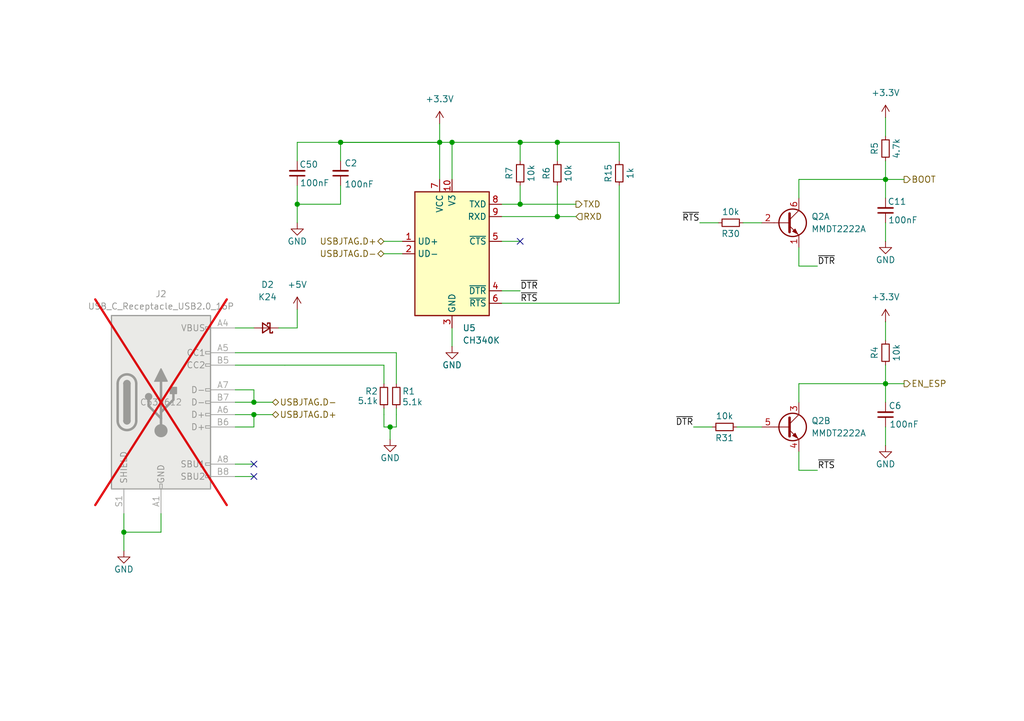
<source format=kicad_sch>
(kicad_sch (version 20250114) (generator "eeschema") (generator_version "9.0")
  (paper "A5")
  (title_block (title "USB-Uart auto flasher") (date "2025-06-14") (company "Team:Badge"))
  (lib_symbols
    (symbol "Connector:USB_C_Receptacle_USB2.0_16P" (pin_names (offset 1.016))
      (property "Reference" "J" (at 0 22.225 0))
      (property "Value" "USB_C_Receptacle_USB2.0_16P" (at 0 19.685 0))
      (symbol "USB_C_Receptacle_USB2.0_16P_0_0"
        (rectangle (start -0.254 -17.78) (end 0.254 -16.764))
        (rectangle (start 10.16 15.494) (end 9.144 14.986))
        (rectangle (start 10.16 10.414) (end 9.144 9.906))
        (rectangle (start 10.16 7.874) (end 9.144 7.366))
        (rectangle (start 10.16 2.794) (end 9.144 2.286))
        (rectangle (start 10.16 0.254) (end 9.144 -0.254))
        (rectangle (start 10.16 -2.286) (end 9.144 -2.794))
        (rectangle (start 10.16 -4.826) (end 9.144 -5.334))
        (rectangle (start 10.16 -12.446) (end 9.144 -12.954))
        (rectangle (start 10.16 -14.986) (end 9.144 -15.494))
      )
      (symbol "USB_C_Receptacle_USB2.0_16P_0_1"
        (rectangle (start -10.16 17.78) (end 10.16 -17.78) (stroke (width 0.254)) (fill (type background)))
        (polyline (pts (xy -8.89 -3.81) (xy -8.89 3.81)) (stroke (width 0.508)))
        (rectangle (start -7.62 -3.81) (end -6.35 3.81) (stroke (width 0.254)) (fill (type outline)))
        (arc (start -7.62 3.81) (mid -6.985 4.4423) (end -6.35 3.81) (stroke (width 0.254)))
        (arc (start -7.62 3.81) (mid -6.985 4.4423) (end -6.35 3.81) (stroke (width 0.254)) (fill (type outline)))
        (arc (start -8.89 3.81) (mid -6.985 5.7067) (end -5.08 3.81) (stroke (width 0.508)))
        (arc (start -5.08 -3.81) (mid -6.985 -5.7067) (end -8.89 -3.81) (stroke (width 0.508)))
        (arc (start -6.35 -3.81) (mid -6.985 -4.4423) (end -7.62 -3.81) (stroke (width 0.254)))
        (arc (start -6.35 -3.81) (mid -6.985 -4.4423) (end -7.62 -3.81) (stroke (width 0.254)) (fill (type outline)))
        (polyline (pts (xy -5.08 3.81) (xy -5.08 -3.81)) (stroke (width 0.508)))
        (circle (center -2.54 1.143) (radius 0.635) (stroke (width 0.254)) (fill (type outline)))
        (polyline (pts (xy -1.27 4.318) (xy 0 6.858) (xy 1.27 4.318) (xy -1.27 4.318)) (stroke (width 0.254)) (fill (type outline)))
        (polyline (pts (xy 0 -2.032) (xy 2.54 0.508) (xy 2.54 1.778)) (stroke (width 0.508)))
        (polyline (pts (xy 0 -3.302) (xy -2.54 -0.762) (xy -2.54 0.508)) (stroke (width 0.508)))
        (polyline (pts (xy 0 -5.842) (xy 0 4.318)) (stroke (width 0.508)))
        (circle (center 0 -5.842) (radius 1.27) (fill (type outline)))
        (rectangle (start 1.905 1.778) (end 3.175 3.048) (stroke (width 0.254)) (fill (type outline)))
      )
      (symbol "USB_C_Receptacle_USB2.0_16P_1_1"
        (pin passive line (at -7.62 -22.86 90) (length 5.08) (name "SHIELD") (number "S1"))
        (pin passive line (at 0 -22.86 90) (length 5.08) (name "GND") (number "A1"))
        (pin passive line (at 0 -22.86 90) (length 5.08) (hide yes) (name "GND") (number "A12"))
        (pin passive line (at 0 -22.86 90) (length 5.08) (hide yes) (name "GND") (number "B1"))
        (pin passive line (at 0 -22.86 90) (length 5.08) (hide yes) (name "GND") (number "B12"))
        (pin passive line (at 15.24 15.24 180) (length 5.08) (name "VBUS") (number "A4"))
        (pin passive line (at 15.24 15.24 180) (length 5.08) (hide yes) (name "VBUS") (number "A9"))
        (pin passive line (at 15.24 15.24 180) (length 5.08) (hide yes) (name "VBUS") (number "B4"))
        (pin passive line (at 15.24 15.24 180) (length 5.08) (hide yes) (name "VBUS") (number "B9"))
        (pin bidirectional line (at 15.24 10.16 180) (length 5.08) (name "CC1") (number "A5"))
        (pin bidirectional line (at 15.24 7.62 180) (length 5.08) (name "CC2") (number "B5"))
        (pin bidirectional line (at 15.24 2.54 180) (length 5.08) (name "D-") (number "A7"))
        (pin bidirectional line (at 15.24 0 180) (length 5.08) (name "D-") (number "B7"))
        (pin bidirectional line (at 15.24 -2.54 180) (length 5.08) (name "D+") (number "A6"))
        (pin bidirectional line (at 15.24 -5.08 180) (length 5.08) (name "D+") (number "B6"))
        (pin bidirectional line (at 15.24 -12.7 180) (length 5.08) (name "SBU1") (number "A8"))
        (pin bidirectional line (at 15.24 -15.24 180) (length 5.08) (name "SBU2") (number "B8"))
      )
    )
    (symbol "Device:C_Small" (pin_numbers (hide yes)) (pin_names (offset 0.254) (hide yes))
      (property "Reference" "C" (at 0.254 1.778 0))
      (property "Value" "C_Small" (at 0.254 -2.032 0))
      (symbol "C_Small_0_1"
        (polyline (pts (xy -1.524 0.508) (xy 1.524 0.508)) (stroke (width 0.3048)))
        (polyline (pts (xy -1.524 -0.508) (xy 1.524 -0.508)) (stroke (width 0.3302)))
      )
      (symbol "C_Small_1_1"
        (pin passive line (at 0 2.54 270) (length 2.032) (name "~") (number "1"))
        (pin passive line (at 0 -2.54 90) (length 2.032) (name "~") (number "2"))
      )
    )
    (symbol "Device:D_Schottky_Small" (pin_numbers (hide yes)) (pin_names (offset 0.254) (hide yes))
      (property "Reference" "D" (at -1.27 2.032 0))
      (property "Value" "D_Schottky_Small" (at -7.112 -2.032 0))
      (symbol "D_Schottky_Small_0_1"
        (polyline (pts (xy -1.27 0.762) (xy -1.27 1.016) (xy -0.762 1.016) (xy -0.762 -1.016) (xy -0.254 -1.016) (xy -0.254 -0.762)) (stroke (width 0.254)))
        (polyline (pts (xy -0.762 0) (xy 0.762 0)))
        (polyline (pts (xy 0.762 -1.016) (xy -0.762 0) (xy 0.762 1.016) (xy 0.762 -1.016)) (stroke (width 0.254)))
      )
      (symbol "D_Schottky_Small_1_1"
        (pin passive line (at -2.54 0 0) (length 1.778) (name "K") (number "1"))
        (pin passive line (at 2.54 0 180) (length 1.778) (name "A") (number "2"))
      )
    )
    (symbol "Device:R_Small" (pin_numbers (hide yes)) (pin_names (offset 0.254) (hide yes))
      (property "Reference" "R" (at 0 0 90))
      (property "Value" "R_Small" (at 1.778 0 90))
      (symbol "R_Small_0_1"
        (rectangle (start -0.762 1.778) (end 0.762 -1.778) (stroke (width 0.2032)))
      )
      (symbol "R_Small_1_1"
        (pin passive line (at 0 2.54 270) (length 0.762) (name "~") (number "1"))
        (pin passive line (at 0 -2.54 90) (length 0.762) (name "~") (number "2"))
      )
    )
    (symbol "Interface_USB:CH340K"
      (property "Reference" "U" (at -6.858 13.97 0))
      (property "Value" "CH340K" (at 1.27 13.97 0))
      (symbol "CH340K_0_1"
        (rectangle (start -7.62 12.7) (end 7.62 -12.7) (stroke (width 0.254)) (fill (type background)))
      )
      (symbol "CH340K_1_0"
        (pin passive line (at 0 -15.24 90) (length 2.54) (hide yes) (name "GND") (number "11"))
      )
      (symbol "CH340K_1_1"
        (pin bidirectional line (at -10.16 2.54 0) (length 2.54) (name "UD+") (number "1"))
        (pin bidirectional line (at -10.16 0 0) (length 2.54) (name "UD-") (number "2"))
        (pin power_in line (at -2.54 15.24 270) (length 2.54) (name "VCC") (number "7"))
        (pin passive line (at 0 15.24 270) (length 2.54) (name "V3") (number "10"))
        (pin power_in line (at 0 -15.24 90) (length 2.54) (name "GND") (number "3"))
        (pin output line (at 10.16 10.16 180) (length 2.54) (name "TXD") (number "8"))
        (pin input line (at 10.16 7.62 180) (length 2.54) (name "RXD") (number "9"))
        (pin input line (at 10.16 2.54 180) (length 2.54) (name "~{CTS}") (number "5"))
        (pin output line (at 10.16 -7.62 180) (length 2.54) (name "~{DTR}") (number "4"))
        (pin output line (at 10.16 -10.16 180) (length 2.54) (name "~{RTS}") (number "6"))
      )
    )
    (symbol "Transistor_BJT:MMDT2222A" (pin_names (offset 0) (hide yes))
      (property "Reference" "Q" (at 5.08 1.27 0))
      (property "Value" "MMDT2222A" (at 5.08 -1.27 0))
      (symbol "MMDT2222A_0_1"
        (polyline (pts (xy 0.635 1.905) (xy 0.635 -1.905)) (stroke (width 0.508)))
        (polyline (pts (xy 0.635 0.635) (xy 2.54 2.54)))
        (polyline (pts (xy 0.635 0) (xy -2.54 0)))
        (polyline (pts (xy 0.635 -0.635) (xy 2.54 -2.54)))
        (circle (center 1.27 0) (radius 2.8194) (stroke (width 0.254)))
        (polyline (pts (xy 1.27 -1.778) (xy 1.778 -1.27) (xy 2.286 -2.286) (xy 1.27 -1.778)) (fill (type outline)))
      )
      (symbol "MMDT2222A_1_1"
        (pin input line (at -5.08 0 0) (length 2.54) (name "B1") (number "2"))
        (pin passive line (at 2.54 5.08 270) (length 2.54) (name "C1") (number "6"))
        (pin passive line (at 2.54 -5.08 90) (length 2.54) (name "E1") (number "1"))
      )
      (symbol "MMDT2222A_2_1"
        (pin input line (at -5.08 0 0) (length 2.54) (name "B2") (number "5"))
        (pin passive line (at 2.54 5.08 270) (length 2.54) (name "C2") (number "3"))
        (pin passive line (at 2.54 -5.08 90) (length 2.54) (name "E2") (number "4"))
      )
    )
    (symbol "power:+3.3V" (power) (pin_numbers (hide yes)) (pin_names (offset 0) (hide yes))
      (property "Value" "+3.3V" (at 0 3.556 0))
      (symbol "+3.3V_0_1"
        (polyline (pts (xy -0.762 1.27) (xy 0 2.54)))
        (polyline (pts (xy 0 2.54) (xy 0.762 1.27)))
        (polyline (pts (xy 0 0) (xy 0 2.54)))
      )
      (symbol "+3.3V_1_1"
        (pin power_in line (at 0 0 90) (length 0) (name "~") (number "1"))
      )
    )
    (symbol "power:+5V" (power) (pin_numbers (hide yes)) (pin_names (offset 0) (hide yes))
      (property "Value" "+5V" (at 0 3.556 0))
      (symbol "+5V_0_1"
        (polyline (pts (xy -0.762 1.27) (xy 0 2.54)))
        (polyline (pts (xy 0 2.54) (xy 0.762 1.27)))
        (polyline (pts (xy 0 0) (xy 0 2.54)))
      )
      (symbol "+5V_1_1"
        (pin power_in line (at 0 0 90) (length 0) (name "~") (number "1"))
      )
    )
    (symbol "power:GND" (power) (pin_numbers (hide yes)) (pin_names (offset 0) (hide yes))
      (property "Value" "GND" (at 0 -3.81 0))
      (symbol "GND_0_1"
        (polyline (pts (xy 0 0) (xy 0 -1.27) (xy 1.27 -1.27) (xy 0 -2.54) (xy -1.27 -1.27) (xy 0 -1.27)))
      )
      (symbol "GND_1_1"
        (pin power_in line (at 0 0 270) (length 0) (name "~") (number "1"))
      )
    )
  )
  (junction (at 92.71 29.21))
  (junction (at 52.07 82.55))
  (junction (at 106.68 29.21))
  (junction (at 60.96 41.91))
  (junction (at 181.61 78.74))
  (junction (at 52.07 85.09))
  (junction (at 114.3 44.45))
  (junction (at 69.85 29.21))
  (junction (at 90.17 29.21))
  (junction (at 25.4 109.22))
  (junction (at 114.3 29.21))
  (junction (at 181.61 36.83))
  (junction (at 80.01 87.63))
  (junction (at 106.68 41.91))
  (no_connect (at 52.07 95.25))
  (no_connect (at 52.07 97.79))
  (no_connect (at 106.68 49.53))
  (wire (pts (xy 152.4 45.72) (xy 156.21 45.72)))
  (wire (pts (xy 82.55 49.53) (xy 78.74 49.53)) (stroke (width 0.1524)))
  (wire (pts (xy 106.68 38.1) (xy 106.68 41.91)))
  (wire (pts (xy 102.87 41.91) (xy 106.68 41.91)) (stroke (width 0.1524)))
  (wire (pts (xy 78.74 74.93) (xy 78.74 78.74)) (stroke (width 0.1524)))
  (wire (pts (xy 127 38.1) (xy 127 62.23)) (stroke (width 0.1524)))
  (wire (pts (xy 127 29.21) (xy 127 33.02)))
  (wire (pts (xy 48.26 85.09) (xy 52.07 85.09)))
  (wire (pts (xy 163.83 78.74) (xy 163.83 82.55)) (stroke (width 0.1524)))
  (wire (pts (xy 181.61 82.55) (xy 181.61 78.74)))
  (wire (pts (xy 69.85 29.21) (xy 90.17 29.21)))
  (wire (pts (xy 106.68 29.21) (xy 114.3 29.21)))
  (wire (pts (xy 185.42 78.74) (xy 181.61 78.74)) (stroke (width 0.1524)))
  (wire (pts (xy 114.3 29.21) (xy 127 29.21)))
  (wire (pts (xy 60.96 29.21) (xy 60.96 33.02)) (stroke (width 0.1524)))
  (wire (pts (xy 33.02 109.22) (xy 33.02 105.41)))
  (wire (pts (xy 48.26 67.31) (xy 52.07 67.31)))
  (wire (pts (xy 163.83 96.52) (xy 163.83 92.71)) (stroke (width 0.1524)))
  (wire (pts (xy 90.17 29.21) (xy 90.17 36.83)) (stroke (width 0.1524)))
  (wire (pts (xy 142.24 87.63) (xy 146.05 87.63)) (stroke (width 0.1524)))
  (wire (pts (xy 102.87 59.69) (xy 106.68 59.69)) (stroke (width 0.1524)))
  (wire (pts (xy 102.87 44.45) (xy 114.3 44.45)) (stroke (width 0.1524)))
  (wire (pts (xy 48.26 74.93) (xy 58.42 74.93)))
  (wire (pts (xy 163.83 54.61) (xy 167.64 54.61)) (stroke (width 0.1524)))
  (wire (pts (xy 52.07 97.79) (xy 48.26 97.79)))
  (wire (pts (xy 163.83 50.8) (xy 163.83 54.61)) (stroke (width 0.1524)))
  (wire (pts (xy 60.96 41.91) (xy 69.85 41.91)))
  (wire (pts (xy 52.07 80.01) (xy 52.07 82.55)))
  (wire (pts (xy 151.13 87.63) (xy 156.21 87.63)))
  (wire (pts (xy 48.26 72.39) (xy 81.28 72.39)) (stroke (width 0.1524)))
  (wire (pts (xy 181.61 78.74) (xy 163.83 78.74)) (stroke (width 0.1524)))
  (wire (pts (xy 52.07 85.09) (xy 52.07 87.63)))
  (wire (pts (xy 163.83 36.83) (xy 163.83 40.64)) (stroke (width 0.1524)))
  (wire (pts (xy 69.85 29.21) (xy 69.85 33.02)))
  (wire (pts (xy 163.83 96.52) (xy 167.64 96.52)) (stroke (width 0.1524)))
  (wire (pts (xy 80.01 87.63) (xy 80.01 90.17)) (stroke (width 0.1524)))
  (wire (pts (xy 106.68 33.02) (xy 106.68 29.21)))
  (wire (pts (xy 92.71 29.21) (xy 92.71 36.83)))
  (wire (pts (xy 25.4 109.22) (xy 25.4 105.41)))
  (wire (pts (xy 106.68 41.91) (xy 118.11 41.91)) (stroke (width 0.1524)))
  (wire (pts (xy 81.28 72.39) (xy 81.28 78.74)) (stroke (width 0.1524)))
  (wire (pts (xy 78.74 85.09) (xy 78.74 87.63)) (stroke (width 0.1524)))
  (wire (pts (xy 181.61 87.63) (xy 181.61 91.44)) (stroke (width 0.1524)))
  (wire (pts (xy 25.4 109.22) (xy 33.02 109.22)))
  (wire (pts (xy 81.28 83.82) (xy 81.28 85.09)))
  (wire (pts (xy 60.96 38.1) (xy 60.96 41.91)) (stroke (width 0.1524)))
  (wire (pts (xy 92.71 67.31) (xy 92.71 71.12)))
  (wire (pts (xy 81.28 85.09) (xy 81.28 87.63)) (stroke (width 0.1524)))
  (wire (pts (xy 69.85 29.21) (xy 90.17 29.21)) (stroke (width 0.1524)))
  (wire (pts (xy 181.61 74.93) (xy 181.61 78.74)) (stroke (width 0.1524)))
  (wire (pts (xy 106.68 49.53) (xy 102.87 49.53)))
  (wire (pts (xy 60.96 41.91) (xy 60.96 45.72)) (stroke (width 0.1524)))
  (wire (pts (xy 181.61 24.13) (xy 181.61 27.94)))
  (wire (pts (xy 181.61 66.04) (xy 181.61 69.85)))
  (wire (pts (xy 60.96 67.31) (xy 57.15 67.31)))
  (wire (pts (xy 114.3 44.45) (xy 118.11 44.45)) (stroke (width 0.1524)))
  (wire (pts (xy 25.4 109.22) (xy 25.4 113.03)))
  (wire (pts (xy 48.26 80.01) (xy 52.07 80.01)))
  (wire (pts (xy 52.07 87.63) (xy 48.26 87.63)))
  (wire (pts (xy 92.71 29.21) (xy 106.68 29.21)))
  (wire (pts (xy 52.07 82.55) (xy 48.26 82.55)))
  (wire (pts (xy 55.88 85.09) (xy 52.07 85.09)) (stroke (width 0.1524)))
  (wire (pts (xy 52.07 95.25) (xy 48.26 95.25)))
  (wire (pts (xy 143.51 45.72) (xy 147.32 45.72)) (stroke (width 0.1524)))
  (wire (pts (xy 60.96 63.5) (xy 60.96 67.31)))
  (wire (pts (xy 78.74 83.82) (xy 78.74 85.09)))
  (wire (pts (xy 82.55 52.07) (xy 78.74 52.07)) (stroke (width 0.1524)))
  (wire (pts (xy 181.61 36.83) (xy 181.61 40.64)) (stroke (width 0.1524)))
  (wire (pts (xy 90.17 29.21) (xy 92.71 29.21)))
  (wire (pts (xy 80.01 87.63) (xy 81.28 87.63)) (stroke (width 0.1524)))
  (wire (pts (xy 90.17 25.4) (xy 90.17 29.21)) (stroke (width 0.1524)))
  (wire (pts (xy 181.61 36.83) (xy 185.42 36.83)))
  (wire (pts (xy 69.85 38.1) (xy 69.85 41.91)))
  (wire (pts (xy 163.83 36.83) (xy 181.61 36.83)) (stroke (width 0.1524)))
  (wire (pts (xy 60.96 29.21) (xy 69.85 29.21)) (stroke (width 0.1524)))
  (wire (pts (xy 114.3 29.21) (xy 114.3 33.02)))
  (wire (pts (xy 114.3 38.1) (xy 114.3 44.45)))
  (wire (pts (xy 55.88 82.55) (xy 52.07 82.55)) (stroke (width 0.1524)))
  (wire (pts (xy 102.87 62.23) (xy 127 62.23)) (stroke (width 0.1524)))
  (wire (pts (xy 181.61 45.72) (xy 181.61 49.53)) (stroke (width 0.1524)))
  (wire (pts (xy 78.74 87.63) (xy 80.01 87.63)) (stroke (width 0.1524)))
  (wire (pts (xy 58.42 74.93) (xy 78.74 74.93)) (stroke (width 0.1524)))
  (wire (pts (xy 181.61 33.02) (xy 181.61 36.83)) (stroke (width 0.1524)))
  (label "~{RTS}" (at 106.68 62.23 0))
  (label "~{RTS}" (at 143.51 45.72 180))
  (label "~{RTS}" (at 167.64 96.52 0))
  (label "~{DTR}" (at 167.64 54.61 0))
  (label "~{DTR}" (at 142.24 87.63 180))
  (label "~{DTR}" (at 106.68 59.69 0))
  (hierarchical_label "USBJTAG.D+" (shape bidirectional) (at 78.74 49.53 180))
  (hierarchical_label "USBJTAG.D-" (shape bidirectional) (at 78.74 52.07 180))
  (hierarchical_label "BOOT" (shape output) (at 185.42 36.83 0))
  (hierarchical_label "RXD" (shape input) (at 118.11 44.45 0))
  (hierarchical_label "EN_ESP" (shape output) (at 185.42 78.74 0))
  (hierarchical_label "USBJTAG.D+" (shape bidirectional) (at 55.88 85.09 0))
  (hierarchical_label "USBJTAG.D-" (shape bidirectional) (at 55.88 82.55 0))
  (hierarchical_label "TXD" (shape output) (at 118.11 41.91 0))
  (symbol (lib_id "power:GND") (at 181.61 91.44 0) (unit 1)
    (property "Reference" "#PWR35" (effects (hide yes)))
    (property "Value" "GND" (at 181.61 95.25 0))
    (property "Description" "Power symbol creates a global label with name \"GND\" , ground" (effects (hide yes)))
  )
  (symbol (lib_id "Transistor_BJT:MMDT2222A") (at 161.29 45.72 0) (unit 1)
    (property "Reference" "Q2" (at 166.37 44.4499 0) (effects (justify left)))
    (property "Value" "MMDT2222A" (at 166.37 46.9899 0) (effects (justify left)))
    (property "Footprint" "Package_TO_SOT_SMD:SOT-363_SC-70-6" (effects (hide yes)))
    (property "Datasheet" "kicad-embed://2411121146_TECH-PUBLIC-MMDT2222A_C7603394.pdf" (effects (hide yes)))
    (property "Description" "40V 200mW 35@0.1mA,10V 600mA BJT" (effects (hide yes)))
    (property "LCSC" "C7603394" (effects (hide yes)))
  )
  (symbol (lib_id "Device:R_Small") (at 181.61 30.48 0) (unit 1)
    (property "Reference" "R5" (at 180.086 30.48 90) (effects (justify bottom)))
    (property "Value" "4.7k" (at 183.134 30.48 90) (effects (justify top)))
    (property "Footprint" "Resistor_SMD:R_0201_0603Metric" (effects (hide yes)))
    (property "Description" "Resistor, small symbol" (effects (hide yes)))
    (property "LCSC" "C270346" (effects (hide yes)))
  )
  (symbol (lib_id "power:+5V") (at 60.96 63.5 0) (unit 1)
    (property "Reference" "#PWR029" (effects (hide yes)))
    (property "Value" "+5V" (at 60.96 58.42 0))
    (property "Description" "Power symbol creates a global label with name \"+5V\"" (effects (hide yes)))
  )
  (symbol (lib_id "Device:R_Small") (at 106.68 35.56 0) (unit 1)
    (property "Reference" "R7" (at 105.156 35.56 90) (effects (justify bottom)))
    (property "Value" "10k" (at 108.204 35.56 90) (effects (justify top)))
    (property "Footprint" "Resistor_SMD:R_0201_0603Metric" (effects (hide yes)))
    (property "Description" "Resistor, small symbol" (effects (hide yes)))
    (property "LCSC" "C473048" (effects (hide yes)))
  )
  (symbol (lib_id "Device:R_Small") (at 149.86 45.72 90) (unit 1)
    (property "Reference" "R30" (at 149.86 47.244 90) (effects (justify bottom)))
    (property "Value" "10k" (at 149.86 44.196 90) (effects (justify top)))
    (property "Footprint" "Resistor_SMD:R_0201_0603Metric" (effects (hide yes)))
    (property "Description" "Resistor, small symbol" (effects (hide yes)))
    (property "LCSC" "C473048" (effects (hide yes)))
  )
  (symbol (lib_id "Device:C_Small") (at 181.61 85.09 180) (unit 1)
    (property "Reference" "C6" (at 184.912 82.55 0) (effects (justify left bottom)))
    (property "Value" "100nF" (at 188.468 86.36 0) (effects (justify left bottom)))
    (property "Footprint" "Capacitor_SMD:C_0201_0603Metric" (effects (hide yes)))
    (property "Description" "Unpolarized capacitor, small symbol" (effects (hide yes)))
    (property "LCSC" "C301918" (effects (hide yes)))
  )
  (symbol (lib_id "power:GND") (at 80.01 90.17 0) (unit 1)
    (property "Reference" "#PWR06" (effects (hide yes)))
    (property "Value" "GND" (at 80.01 93.98 0))
    (property "Description" "Power symbol creates a global label with name \"GND\" , ground" (effects (hide yes)))
  )
  (symbol (lib_id "power:GND") (at 92.71 71.12 0) (unit 1)
    (property "Reference" "#PWR012" (effects (hide yes)))
    (property "Value" "GND" (at 92.71 74.93 0))
    (property "Description" "Power symbol creates a global label with name \"GND\" , ground" (effects (hide yes)))
  )
  (symbol (lib_id "power:+3.3V") (at 181.61 24.13 0) (unit 1)
    (property "Reference" "#PWR031" (effects (hide yes)))
    (property "Value" "+3.3V" (at 181.61 19.05 0))
    (property "Description" "Power symbol creates a global label with name \"+3.3V\"" (effects (hide yes)))
  )
  (symbol (lib_id "Device:R_Small") (at 81.28 81.28 0) (unit 1)
    (property "Reference" "R1" (at 83.82 81.026 0) (effects (justify bottom)))
    (property "Value" "5.1k" (at 84.582 81.788 0) (effects (justify top)))
    (property "Footprint" "Resistor_SMD:R_0201_0603Metric" (effects (hide yes)))
    (property "Description" "Resistor, small symbol" (effects (hide yes)))
    (property "LCSC" "C270344" (effects (hide yes)))
  )
  (symbol (lib_id "Transistor_BJT:MMDT2222A") (at 161.29 87.63 0) (unit 2)
    (property "Reference" "Q2" (at 166.37 86.3599 0) (effects (justify left)))
    (property "Value" "MMDT2222A" (at 166.37 88.8999 0) (effects (justify left)))
    (property "Footprint" "Package_TO_SOT_SMD:SOT-363_SC-70-6" (effects (hide yes)))
    (property "Datasheet" "kicad-embed://2411121146_TECH-PUBLIC-MMDT2222A_C7603394.pdf" (effects (hide yes)))
    (property "Description" "40V 200mW 35@0.1mA,10V 600mA BJT" (effects (hide yes)))
    (property "LCSC" "C7603394" (effects (hide yes)))
  )
  (symbol (lib_id "Device:D_Schottky_Small") (at 54.61 67.31 180) (unit 1)
    (property "Reference" "D2" (at 54.864 58.42 0))
    (property "Value" "K24" (at 54.864 60.96 0))
    (property "Footprint" "Diode_SMD:D_SOD-123F" (effects (hide yes)))
    (property "Description" "Schottky diode, small symbol" (effects (hide yes)))
    (property "LCSC" "C5199107" (effects (hide yes)))
  )
  (symbol (lib_id "power:GND") (at 181.61 49.53 0) (unit 1)
    (property "Reference" "#PWR41" (effects (hide yes)))
    (property "Value" "GND" (at 181.61 53.34 0))
    (property "Description" "Power symbol creates a global label with name \"GND\" , ground" (effects (hide yes)))
  )
  (symbol (lib_id "power:+3.3V") (at 181.61 66.04 0) (unit 1)
    (property "Reference" "#PWR032" (effects (hide yes)))
    (property "Value" "+3.3V" (at 181.61 60.96 0))
    (property "Description" "Power symbol creates a global label with name \"+3.3V\"" (effects (hide yes)))
  )
  (symbol (lib_id "Device:R_Small") (at 148.59 87.63 90) (unit 1)
    (property "Reference" "R31" (at 148.59 89.154 90) (effects (justify bottom)))
    (property "Value" "10k" (at 148.59 86.106 90) (effects (justify top)))
    (property "Footprint" "Resistor_SMD:R_0201_0603Metric" (effects (hide yes)))
    (property "Description" "Resistor, small symbol" (effects (hide yes)))
    (property "LCSC" "C473048" (effects (hide yes)))
  )
  (symbol (lib_id "Device:R_Small") (at 114.3 35.56 0) (unit 1)
    (property "Reference" "R6" (at 112.776 35.56 90) (effects (justify bottom)))
    (property "Value" "10k" (at 115.824 35.56 90) (effects (justify top)))
    (property "Footprint" "Resistor_SMD:R_0201_0603Metric" (effects (hide yes)))
    (property "Description" "Resistor, small symbol" (effects (hide yes)))
    (property "LCSC" "C473048" (effects (hide yes)))
  )
  (symbol (lib_id "Device:R_Small") (at 181.61 72.39 0) (unit 1)
    (property "Reference" "R4" (at 180.086 72.39 90) (effects (justify bottom)))
    (property "Value" "10k" (at 183.134 72.39 90) (effects (justify top)))
    (property "Footprint" "Resistor_SMD:R_0201_0603Metric" (effects (hide yes)))
    (property "Description" "Resistor, small symbol" (effects (hide yes)))
    (property "LCSC" "C473048" (effects (hide yes)))
  )
  (symbol (lib_id "Device:R_Small") (at 78.74 81.28 0) (unit 1)
    (property "Reference" "R2" (at 76.2 81.026 0) (effects (justify bottom)))
    (property "Value" "5.1k" (at 75.438 81.534 0) (effects (justify top)))
    (property "Footprint" "Resistor_SMD:R_0201_0603Metric" (effects (hide yes)))
    (property "Description" "Resistor, small symbol" (effects (hide yes)))
    (property "LCSC" "C270344" (effects (hide yes)))
  )
  (symbol (lib_id "power:GND") (at 25.4 113.03 0) (unit 1)
    (property "Reference" "#PWR2" (effects (hide yes)))
    (property "Value" "GND" (at 25.4 116.84 0))
    (property "Description" "Power symbol creates a global label with name \"GND\" , ground" (effects (hide yes)))
  )
  (symbol (lib_id "Device:C_Small") (at 181.61 43.18 180) (unit 1)
    (property "Reference" "C11" (at 185.928 40.64 0) (effects (justify left bottom)))
    (property "Value" "100nF" (at 188.214 44.45 0) (effects (justify left bottom)))
    (property "Footprint" "Capacitor_SMD:C_0201_0603Metric" (effects (hide yes)))
    (property "Description" "Unpolarized capacitor, small symbol" (effects (hide yes)))
    (property "LCSC" "C301918" (effects (hide yes)))
  )
  (symbol (lib_id "Connector:USB_C_Receptacle_USB2.0_16P") (at 33.02 82.55 0) (unit 1) (dnp yes)
    (property "Reference" "J2" (at 33.02 60.325 0))
    (property "Value" "USB_C_Receptacle_USB2.0_16P" (at 33.02 62.865 0))
    (property "Footprint" "custom_footprints:USB_C_Receptacle_HRO_TYPE-C-31-M-22" (effects (hide yes)))
    (property "Datasheet" "kicad-embed://2410010032_Korean-Hroparts-Elec-TYPE-C-31-M-22_C530612.pdf" (effects (hide yes)))
    (property "Description" "USB 2.0-only 16P Type-C Receptacle connector" (effects (hide yes)))
    (property "LCSC" "C530612" (at 33.02 82.55 0))
  )
  (symbol (lib_id "power:+3.3V") (at 90.17 25.4 0) (unit 1)
    (property "Reference" "#PWR030" (effects (hide yes)))
    (property "Value" "+3.3V" (at 90.17 20.32 0))
    (property "Description" "Power symbol creates a global label with name \"+3.3V\"" (effects (hide yes)))
  )
  (symbol (lib_id "Device:C_Small") (at 60.96 35.56 180) (unit 1)
    (property "Reference" "C50" (at 65.278 33.02 0) (effects (justify left bottom)))
    (property "Value" "100nF" (at 67.564 36.83 0) (effects (justify left bottom)))
    (property "Footprint" "Capacitor_SMD:C_0201_0603Metric" (effects (hide yes)))
    (property "Description" "Unpolarized capacitor, small symbol" (effects (hide yes)))
    (property "LCSC" "C301918" (effects (hide yes)))
  )
  (symbol (lib_id "Interface_USB:CH340K") (at 92.71 52.07 0) (unit 1)
    (property "Reference" "U5" (at 94.8533 67.31 0) (effects (justify left)))
    (property "Value" "CH340K" (at 94.8533 69.85 0) (effects (justify left)))
    (property "Footprint" "Package_SO:SSOP-10-1EP_3.9x4.9mm_P1mm_EP2.1x3.3mm" (effects (hide yes)))
    (property "Datasheet" "kicad-embed://2403131131_WCH-Jiangsu-Qin-Heng-CH340K_C968586_translated.pdf" (effects (hide yes)))
    (property "Description" "USB serial converter, UART, SSOP-10" (effects (hide yes)))
    (property "LCSC" "C968586" (effects (hide yes)))
    (property "JLCPCB_CORRECTION" "0; 0; -90" (effects (hide yes)))
  )
  (symbol (lib_id "power:GND") (at 60.96 45.72 0) (unit 1)
    (property "Reference" "#PWR5" (effects (hide yes)))
    (property "Value" "GND" (at 60.96 49.53 0))
    (property "Description" "Power symbol creates a global label with name \"GND\" , ground" (effects (hide yes)))
  )
  (symbol (lib_id "Device:R_Small") (at 127 35.56 0) (unit 1)
    (property "Reference" "R15" (at 125.476 35.56 90) (effects (justify bottom)))
    (property "Value" "1k" (at 128.524 35.56 90) (effects (justify top)))
    (property "Footprint" "Resistor_SMD:R_0201_0603Metric" (effects (hide yes)))
    (property "Description" "Resistor, small symbol" (effects (hide yes)))
    (property "LCSC" "C473048" (effects (hide yes)))
  )
  (symbol (lib_id "Device:C_Small") (at 69.85 35.56 180) (unit 1)
    (property "Reference" "C2" (at 70.612 32.766 0) (effects (justify right bottom)))
    (property "Value" "100nF" (at 76.708 37.084 0) (effects (justify left bottom)))
    (property "Footprint" "Capacitor_SMD:C_0201_0603Metric" (effects (hide yes)))
    (property "Description" "Unpolarized capacitor, small symbol" (effects (hide yes)))
    (property "LCSC" "C301918" (effects (hide yes)))
  )
)
</source>
